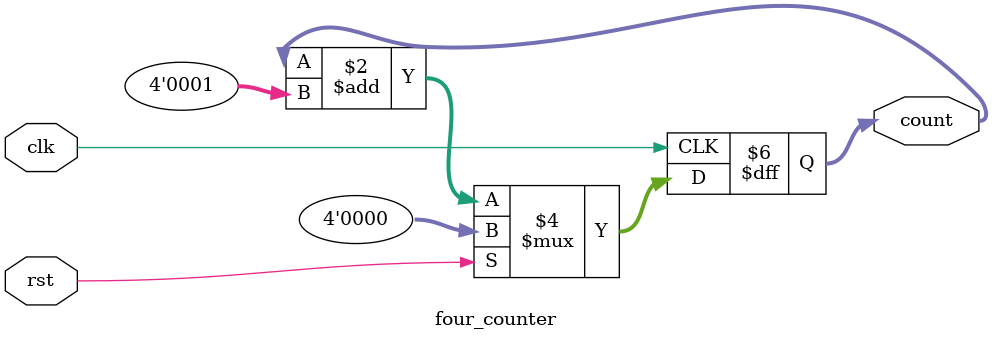
<source format=v>
module four_counter (clk,rst,count);
 input wire clk,rst;
 output reg [3:0] count ;
 always @(posedge clk )
   begin 
     if (rst)
      count<=0;
     else
      count<= count+ 4'b0001;
   end
endmodule
</source>
